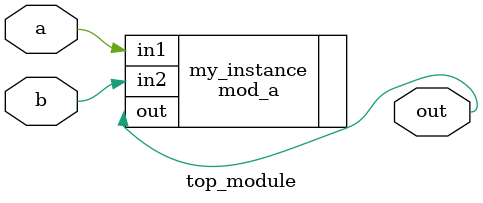
<source format=v>
module top_module (
	input a,
	input b,
	output out
);

	// Create an instance of "mod_a" named "inst1", and connect ports by name:
	mod_a my_instance ( 
		.in1(a), 	// Port"in1"connects to wire "a"
		.in2(b),	// Port "in2" connects to wire "b"
		.out(out)	// Port "out" connects to wire "out" 
				// (Note: mod_a's port "out" is not related to top_module's wire "out". 
				// It is simply coincidence that they have the same name)
	);

/*
	// Create an instance of "mod_a" named "inst2", and connect ports by position:
	mod_a my_instance ( a, b, out );	// The three wires are connected to ports in1, in2, and out, respectively.
*/
	
endmodule

</source>
